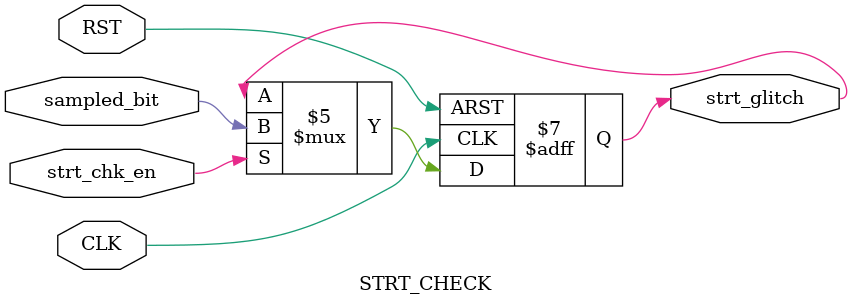
<source format=v>
`timescale 1ns / 1ps
module STRT_CHECK(
    input   wire  CLK,
    input   wire  RST,
    input   wire  sampled_bit,
    input   wire  strt_chk_en,
    output  reg   strt_glitch
    );


    always @(posedge CLK, negedge RST)
    begin
        if(~RST)
            strt_glitch <= 1'b0;
        else if(strt_chk_en)
            strt_glitch <= (sampled_bit == 1'b1);
        else
            strt_glitch <= strt_glitch;
    end


endmodule

</source>
